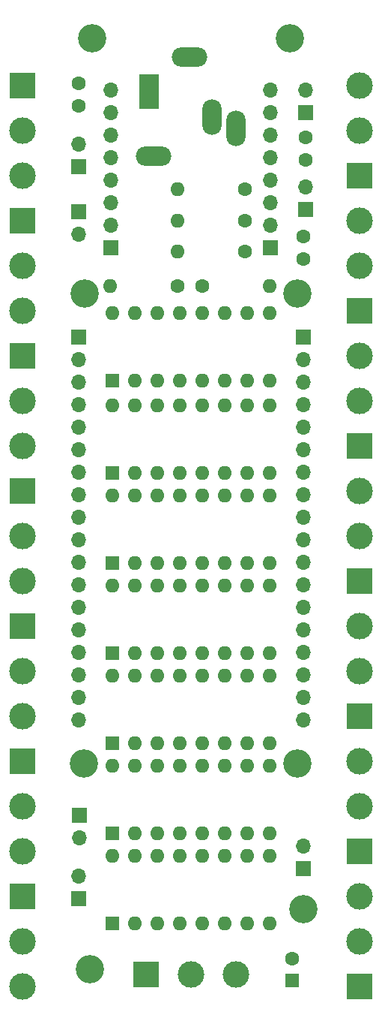
<source format=gbr>
%TF.GenerationSoftware,KiCad,Pcbnew,7.0.6*%
%TF.CreationDate,2024-08-21T19:33:41+02:00*%
%TF.ProjectId,Koracni ksilofon,4b6f7261-636e-4692-906b-73696c6f666f,rev?*%
%TF.SameCoordinates,PXca73a30PY16e2660*%
%TF.FileFunction,Soldermask,Bot*%
%TF.FilePolarity,Negative*%
%FSLAX46Y46*%
G04 Gerber Fmt 4.6, Leading zero omitted, Abs format (unit mm)*
G04 Created by KiCad (PCBNEW 7.0.6) date 2024-08-21 19:33:41*
%MOMM*%
%LPD*%
G01*
G04 APERTURE LIST*
%ADD10R,1.700000X1.700000*%
%ADD11O,1.700000X1.700000*%
%ADD12C,1.600000*%
%ADD13O,1.600000X1.600000*%
%ADD14R,3.000000X3.000000*%
%ADD15C,3.000000*%
%ADD16C,3.200000*%
%ADD17R,1.600000X1.600000*%
%ADD18O,4.000000X2.200000*%
%ADD19O,2.200000X4.000000*%
%ADD20R,2.200000X4.000000*%
G04 APERTURE END LIST*
D10*
%TO.C,SW1*%
X40698000Y-24264000D03*
D11*
X40698000Y-21724000D03*
%TD*%
D12*
%TO.C,R5*%
X29014000Y-32900000D03*
D13*
X36634000Y-32900000D03*
%TD*%
D14*
%TO.C,J9*%
X8694000Y-25534000D03*
D15*
X8694000Y-30614000D03*
X8694000Y-35694000D03*
%TD*%
D10*
%TO.C,J20*%
X40469000Y-38667000D03*
D11*
X40469000Y-41207000D03*
X40469000Y-43747000D03*
X40469000Y-46287000D03*
X40469000Y-48827000D03*
X40469000Y-51367000D03*
X40469000Y-53907000D03*
X40469000Y-56447000D03*
X40469000Y-58987000D03*
X40469000Y-61527000D03*
X40469000Y-64067000D03*
X40469000Y-66607000D03*
X40469000Y-69147000D03*
X40469000Y-71687000D03*
X40469000Y-74227000D03*
X40469000Y-76767000D03*
X40469000Y-79307000D03*
X40469000Y-81847000D03*
%TD*%
D10*
%TO.C,J19*%
X15069000Y-38667000D03*
D11*
X15069000Y-41207000D03*
X15069000Y-43747000D03*
X15069000Y-46287000D03*
X15069000Y-48827000D03*
X15069000Y-51367000D03*
X15069000Y-53907000D03*
X15069000Y-56447000D03*
X15069000Y-58987000D03*
X15069000Y-61527000D03*
X15069000Y-64067000D03*
X15069000Y-66607000D03*
X15069000Y-69147000D03*
X15069000Y-71687000D03*
X15069000Y-74227000D03*
X15069000Y-76767000D03*
X15069000Y-79307000D03*
X15069000Y-81847000D03*
%TD*%
D12*
%TO.C,R6*%
X26220000Y-32900000D03*
D13*
X18600000Y-32900000D03*
%TD*%
D16*
%TO.C,H6*%
X40450000Y-103200000D03*
%TD*%
D10*
%TO.C,J16*%
X18730000Y-28567000D03*
D11*
X18730000Y-26027000D03*
X18730000Y-23487000D03*
X18730000Y-20947000D03*
X18730000Y-18407000D03*
X18730000Y-15867000D03*
X18730000Y-13327000D03*
X18730000Y-10787000D03*
%TD*%
D17*
%TO.C,U4*%
X18839000Y-74324000D03*
D13*
X21379000Y-74324000D03*
X23919000Y-74324000D03*
X26459000Y-74324000D03*
X28999000Y-74324000D03*
X31539000Y-74324000D03*
X34079000Y-74324000D03*
X36619000Y-74324000D03*
X36619000Y-66704000D03*
X34079000Y-66704000D03*
X31539000Y-66704000D03*
X28999000Y-66704000D03*
X26459000Y-66704000D03*
X23919000Y-66704000D03*
X21379000Y-66704000D03*
X18839000Y-66704000D03*
%TD*%
D17*
%TO.C,U6*%
X18839000Y-94644000D03*
D13*
X21379000Y-94644000D03*
X23919000Y-94644000D03*
X26459000Y-94644000D03*
X28999000Y-94644000D03*
X31539000Y-94644000D03*
X34079000Y-94644000D03*
X36619000Y-94644000D03*
X36619000Y-87024000D03*
X34079000Y-87024000D03*
X31539000Y-87024000D03*
X28999000Y-87024000D03*
X26459000Y-87024000D03*
X23919000Y-87024000D03*
X21379000Y-87024000D03*
X18839000Y-87024000D03*
%TD*%
D14*
%TO.C,J4*%
X46794000Y-66173999D03*
D15*
X46794000Y-61093999D03*
X46794000Y-56013999D03*
%TD*%
D14*
%TO.C,J26*%
X22655003Y-110531453D03*
D15*
X27735003Y-110531453D03*
X32815003Y-110531453D03*
%TD*%
D17*
%TO.C,U3*%
X18839000Y-64164000D03*
D13*
X21379000Y-64164000D03*
X23919000Y-64164000D03*
X26459000Y-64164000D03*
X28999000Y-64164000D03*
X31539000Y-64164000D03*
X34079000Y-64164000D03*
X36619000Y-64164000D03*
X36619000Y-56544000D03*
X34079000Y-56544000D03*
X31539000Y-56544000D03*
X28999000Y-56544000D03*
X26459000Y-56544000D03*
X23919000Y-56544000D03*
X21379000Y-56544000D03*
X18839000Y-56544000D03*
%TD*%
D17*
%TO.C,U5*%
X18839000Y-84484000D03*
D13*
X21379000Y-84484000D03*
X23919000Y-84484000D03*
X26459000Y-84484000D03*
X28999000Y-84484000D03*
X31539000Y-84484000D03*
X34079000Y-84484000D03*
X36619000Y-84484000D03*
X36619000Y-76864000D03*
X34079000Y-76864000D03*
X31539000Y-76864000D03*
X28999000Y-76864000D03*
X26459000Y-76864000D03*
X23919000Y-76864000D03*
X21379000Y-76864000D03*
X18839000Y-76864000D03*
%TD*%
D14*
%TO.C,J2*%
X46794000Y-96654000D03*
D15*
X46794000Y-91574000D03*
X46794000Y-86494000D03*
%TD*%
D12*
%TO.C,C1*%
X40698000Y-18676000D03*
X40698000Y-16176000D03*
%TD*%
D16*
%TO.C,H8*%
X16300000Y-110000000D03*
%TD*%
D14*
%TO.C,J3*%
X46794000Y-81414000D03*
D15*
X46794000Y-76334000D03*
X46794000Y-71254000D03*
%TD*%
D16*
%TO.C,H4*%
X39769000Y-33757000D03*
%TD*%
D17*
%TO.C,C4*%
X39150000Y-111250000D03*
D12*
X39150000Y-108750000D03*
%TD*%
D17*
%TO.C,U7*%
X18839000Y-104804000D03*
D13*
X21379000Y-104804000D03*
X23919000Y-104804000D03*
X26459000Y-104804000D03*
X28999000Y-104804000D03*
X31539000Y-104804000D03*
X34079000Y-104804000D03*
X36619000Y-104804000D03*
X36619000Y-97184000D03*
X34079000Y-97184000D03*
X31539000Y-97184000D03*
X28999000Y-97184000D03*
X26459000Y-97184000D03*
X23919000Y-97184000D03*
X21379000Y-97184000D03*
X18839000Y-97184000D03*
%TD*%
D17*
%TO.C,U2*%
X18839000Y-54004000D03*
D13*
X21379000Y-54004000D03*
X23919000Y-54004000D03*
X26459000Y-54004000D03*
X28999000Y-54004000D03*
X31539000Y-54004000D03*
X34079000Y-54004000D03*
X36619000Y-54004000D03*
X36619000Y-46384000D03*
X34079000Y-46384000D03*
X31539000Y-46384000D03*
X28999000Y-46384000D03*
X26459000Y-46384000D03*
X23919000Y-46384000D03*
X21379000Y-46384000D03*
X18839000Y-46384000D03*
%TD*%
D12*
%TO.C,C2*%
X40444000Y-29852000D03*
X40444000Y-27352000D03*
%TD*%
D14*
%TO.C,J13*%
X8694000Y-86494001D03*
D15*
X8694000Y-91574001D03*
X8694000Y-96654001D03*
%TD*%
D10*
%TO.C,J21*%
X15114000Y-92579000D03*
D11*
X15114000Y-95119000D03*
%TD*%
D12*
%TO.C,R1*%
X33840000Y-25540000D03*
D13*
X26220000Y-25540000D03*
%TD*%
D16*
%TO.C,H2*%
X15675000Y-86750000D03*
%TD*%
D10*
%TO.C,J22*%
X40464000Y-98579000D03*
D11*
X40464000Y-96039000D03*
%TD*%
D14*
%TO.C,J7*%
X46794000Y-20453999D03*
D15*
X46794000Y-15373999D03*
X46794000Y-10293999D03*
%TD*%
D14*
%TO.C,J14*%
X8694000Y-101734000D03*
D15*
X8694000Y-106814000D03*
X8694000Y-111894000D03*
%TD*%
D14*
%TO.C,J8*%
X8694000Y-10294000D03*
D15*
X8694000Y-15374000D03*
X8694000Y-20454000D03*
%TD*%
D10*
%TO.C,J15*%
X36730000Y-28567000D03*
D11*
X36730000Y-26027000D03*
X36730000Y-23487000D03*
X36730000Y-20947000D03*
X36730000Y-18407000D03*
X36730000Y-15867000D03*
X36730000Y-13327000D03*
X36730000Y-10787000D03*
%TD*%
D10*
%TO.C,J17*%
X15044000Y-19438000D03*
D11*
X15044000Y-16898000D03*
%TD*%
D16*
%TO.C,H3*%
X15769000Y-33757000D03*
%TD*%
D14*
%TO.C,J1*%
X46794000Y-111894001D03*
D15*
X46794000Y-106814001D03*
X46794000Y-101734001D03*
%TD*%
D14*
%TO.C,J10*%
X8694000Y-40774001D03*
D15*
X8694000Y-45854001D03*
X8694000Y-50934001D03*
%TD*%
D10*
%TO.C,J18*%
X15044000Y-24518000D03*
D11*
X15044000Y-27058000D03*
%TD*%
D12*
%TO.C,R3*%
X33834000Y-29004000D03*
D13*
X26214000Y-29004000D03*
%TD*%
D16*
%TO.C,H5*%
X38920000Y-4960000D03*
%TD*%
D12*
%TO.C,R2*%
X33840000Y-21984000D03*
D13*
X26220000Y-21984000D03*
%TD*%
D17*
%TO.C,U1*%
X18839000Y-43590000D03*
D13*
X21379000Y-43590000D03*
X23919000Y-43590000D03*
X26459000Y-43590000D03*
X28999000Y-43590000D03*
X31539000Y-43590000D03*
X34079000Y-43590000D03*
X36619000Y-43590000D03*
X36619000Y-35970000D03*
X34079000Y-35970000D03*
X31539000Y-35970000D03*
X28999000Y-35970000D03*
X26459000Y-35970000D03*
X23919000Y-35970000D03*
X21379000Y-35970000D03*
X18839000Y-35970000D03*
%TD*%
D10*
%TO.C,SW2*%
X40698000Y-13342000D03*
D11*
X40698000Y-10802000D03*
%TD*%
D14*
%TO.C,J6*%
X46794000Y-35694000D03*
D15*
X46794000Y-30614000D03*
X46794000Y-25534000D03*
%TD*%
D14*
%TO.C,J11*%
X8694000Y-56014000D03*
D15*
X8694000Y-61094000D03*
X8694000Y-66174000D03*
%TD*%
D12*
%TO.C,C3*%
X15044000Y-10060001D03*
X15044000Y-12560001D03*
%TD*%
D14*
%TO.C,J5*%
X46794000Y-50934000D03*
D15*
X46794000Y-45854000D03*
X46794000Y-40774000D03*
%TD*%
D10*
%TO.C,SW3*%
X15064000Y-102029000D03*
D11*
X15064000Y-99489000D03*
%TD*%
D16*
%TO.C,H1*%
X39769000Y-86757000D03*
%TD*%
D18*
%TO.C,J23*%
X27596753Y-7100114D03*
D19*
X32796753Y-15100114D03*
X30096753Y-13900114D03*
D20*
X22996753Y-11000114D03*
D18*
X23496753Y-18300114D03*
%TD*%
D16*
%TO.C,H7*%
X16568000Y-4960000D03*
%TD*%
D14*
%TO.C,J12*%
X8694000Y-71254000D03*
D15*
X8694000Y-76334000D03*
X8694000Y-81414000D03*
%TD*%
M02*

</source>
